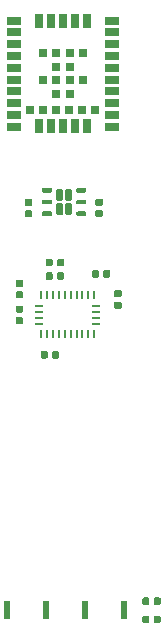
<source format=gbr>
G04 #@! TF.GenerationSoftware,KiCad,Pcbnew,5.1.5-52549c5~84~ubuntu18.04.1*
G04 #@! TF.CreationDate,2019-11-19T18:32:17+01:00*
G04 #@! TF.ProjectId,darkroom_tracker,6461726b-726f-46f6-9d5f-747261636b65,rev?*
G04 #@! TF.SameCoordinates,Original*
G04 #@! TF.FileFunction,Paste,Top*
G04 #@! TF.FilePolarity,Positive*
%FSLAX46Y46*%
G04 Gerber Fmt 4.6, Leading zero omitted, Abs format (unit mm)*
G04 Created by KiCad (PCBNEW 5.1.5-52549c5~84~ubuntu18.04.1) date 2019-11-19 18:32:17*
%MOMM*%
%LPD*%
G04 APERTURE LIST*
%ADD10R,0.675000X0.254000*%
%ADD11R,0.254000X0.675000*%
%ADD12C,0.100000*%
%ADD13R,0.550000X1.500000*%
%ADD14R,1.150000X0.700000*%
%ADD15R,0.700000X1.150000*%
%ADD16R,0.700000X0.700000*%
G04 APERTURE END LIST*
D10*
X134387500Y-95250000D03*
D11*
X129750000Y-97662500D03*
D10*
X129612500Y-95250000D03*
D11*
X129750000Y-94337500D03*
D10*
X129612500Y-95750000D03*
X129612500Y-96250000D03*
X129612500Y-96750000D03*
D11*
X130250000Y-94337500D03*
X130750000Y-94337500D03*
X131250000Y-94337500D03*
X131750000Y-94337500D03*
X132250000Y-94337500D03*
X132750000Y-94337500D03*
X133250000Y-94337500D03*
X133750000Y-94337500D03*
X134250000Y-94337500D03*
X130250000Y-97662500D03*
X130750000Y-97662500D03*
X131250000Y-97662500D03*
X131750000Y-97662500D03*
X132250000Y-97662500D03*
X132750000Y-97662500D03*
X133250000Y-97662500D03*
X133750000Y-97662500D03*
X134250000Y-97662500D03*
D10*
X134387500Y-95750000D03*
X134387500Y-96250000D03*
X134387500Y-96750000D03*
D12*
G36*
X128861758Y-87167350D02*
G01*
X128876076Y-87169474D01*
X128890117Y-87172991D01*
X128903746Y-87177868D01*
X128916831Y-87184057D01*
X128929247Y-87191498D01*
X128940873Y-87200121D01*
X128951598Y-87209842D01*
X128961319Y-87220567D01*
X128969942Y-87232193D01*
X128977383Y-87244609D01*
X128983572Y-87257694D01*
X128988449Y-87271323D01*
X128991966Y-87285364D01*
X128994090Y-87299682D01*
X128994800Y-87314140D01*
X128994800Y-87609140D01*
X128994090Y-87623598D01*
X128991966Y-87637916D01*
X128988449Y-87651957D01*
X128983572Y-87665586D01*
X128977383Y-87678671D01*
X128969942Y-87691087D01*
X128961319Y-87702713D01*
X128951598Y-87713438D01*
X128940873Y-87723159D01*
X128929247Y-87731782D01*
X128916831Y-87739223D01*
X128903746Y-87745412D01*
X128890117Y-87750289D01*
X128876076Y-87753806D01*
X128861758Y-87755930D01*
X128847300Y-87756640D01*
X128502300Y-87756640D01*
X128487842Y-87755930D01*
X128473524Y-87753806D01*
X128459483Y-87750289D01*
X128445854Y-87745412D01*
X128432769Y-87739223D01*
X128420353Y-87731782D01*
X128408727Y-87723159D01*
X128398002Y-87713438D01*
X128388281Y-87702713D01*
X128379658Y-87691087D01*
X128372217Y-87678671D01*
X128366028Y-87665586D01*
X128361151Y-87651957D01*
X128357634Y-87637916D01*
X128355510Y-87623598D01*
X128354800Y-87609140D01*
X128354800Y-87314140D01*
X128355510Y-87299682D01*
X128357634Y-87285364D01*
X128361151Y-87271323D01*
X128366028Y-87257694D01*
X128372217Y-87244609D01*
X128379658Y-87232193D01*
X128388281Y-87220567D01*
X128398002Y-87209842D01*
X128408727Y-87200121D01*
X128420353Y-87191498D01*
X128432769Y-87184057D01*
X128445854Y-87177868D01*
X128459483Y-87172991D01*
X128473524Y-87169474D01*
X128487842Y-87167350D01*
X128502300Y-87166640D01*
X128847300Y-87166640D01*
X128861758Y-87167350D01*
G37*
G36*
X128861758Y-86197350D02*
G01*
X128876076Y-86199474D01*
X128890117Y-86202991D01*
X128903746Y-86207868D01*
X128916831Y-86214057D01*
X128929247Y-86221498D01*
X128940873Y-86230121D01*
X128951598Y-86239842D01*
X128961319Y-86250567D01*
X128969942Y-86262193D01*
X128977383Y-86274609D01*
X128983572Y-86287694D01*
X128988449Y-86301323D01*
X128991966Y-86315364D01*
X128994090Y-86329682D01*
X128994800Y-86344140D01*
X128994800Y-86639140D01*
X128994090Y-86653598D01*
X128991966Y-86667916D01*
X128988449Y-86681957D01*
X128983572Y-86695586D01*
X128977383Y-86708671D01*
X128969942Y-86721087D01*
X128961319Y-86732713D01*
X128951598Y-86743438D01*
X128940873Y-86753159D01*
X128929247Y-86761782D01*
X128916831Y-86769223D01*
X128903746Y-86775412D01*
X128890117Y-86780289D01*
X128876076Y-86783806D01*
X128861758Y-86785930D01*
X128847300Y-86786640D01*
X128502300Y-86786640D01*
X128487842Y-86785930D01*
X128473524Y-86783806D01*
X128459483Y-86780289D01*
X128445854Y-86775412D01*
X128432769Y-86769223D01*
X128420353Y-86761782D01*
X128408727Y-86753159D01*
X128398002Y-86743438D01*
X128388281Y-86732713D01*
X128379658Y-86721087D01*
X128372217Y-86708671D01*
X128366028Y-86695586D01*
X128361151Y-86681957D01*
X128357634Y-86667916D01*
X128355510Y-86653598D01*
X128354800Y-86639140D01*
X128354800Y-86344140D01*
X128355510Y-86329682D01*
X128357634Y-86315364D01*
X128361151Y-86301323D01*
X128366028Y-86287694D01*
X128372217Y-86274609D01*
X128379658Y-86262193D01*
X128388281Y-86250567D01*
X128398002Y-86239842D01*
X128408727Y-86230121D01*
X128420353Y-86221498D01*
X128432769Y-86214057D01*
X128445854Y-86207868D01*
X128459483Y-86202991D01*
X128473524Y-86199474D01*
X128487842Y-86197350D01*
X128502300Y-86196640D01*
X128847300Y-86196640D01*
X128861758Y-86197350D01*
G37*
G36*
X128101358Y-93058470D02*
G01*
X128115676Y-93060594D01*
X128129717Y-93064111D01*
X128143346Y-93068988D01*
X128156431Y-93075177D01*
X128168847Y-93082618D01*
X128180473Y-93091241D01*
X128191198Y-93100962D01*
X128200919Y-93111687D01*
X128209542Y-93123313D01*
X128216983Y-93135729D01*
X128223172Y-93148814D01*
X128228049Y-93162443D01*
X128231566Y-93176484D01*
X128233690Y-93190802D01*
X128234400Y-93205260D01*
X128234400Y-93500260D01*
X128233690Y-93514718D01*
X128231566Y-93529036D01*
X128228049Y-93543077D01*
X128223172Y-93556706D01*
X128216983Y-93569791D01*
X128209542Y-93582207D01*
X128200919Y-93593833D01*
X128191198Y-93604558D01*
X128180473Y-93614279D01*
X128168847Y-93622902D01*
X128156431Y-93630343D01*
X128143346Y-93636532D01*
X128129717Y-93641409D01*
X128115676Y-93644926D01*
X128101358Y-93647050D01*
X128086900Y-93647760D01*
X127741900Y-93647760D01*
X127727442Y-93647050D01*
X127713124Y-93644926D01*
X127699083Y-93641409D01*
X127685454Y-93636532D01*
X127672369Y-93630343D01*
X127659953Y-93622902D01*
X127648327Y-93614279D01*
X127637602Y-93604558D01*
X127627881Y-93593833D01*
X127619258Y-93582207D01*
X127611817Y-93569791D01*
X127605628Y-93556706D01*
X127600751Y-93543077D01*
X127597234Y-93529036D01*
X127595110Y-93514718D01*
X127594400Y-93500260D01*
X127594400Y-93205260D01*
X127595110Y-93190802D01*
X127597234Y-93176484D01*
X127600751Y-93162443D01*
X127605628Y-93148814D01*
X127611817Y-93135729D01*
X127619258Y-93123313D01*
X127627881Y-93111687D01*
X127637602Y-93100962D01*
X127648327Y-93091241D01*
X127659953Y-93082618D01*
X127672369Y-93075177D01*
X127685454Y-93068988D01*
X127699083Y-93064111D01*
X127713124Y-93060594D01*
X127727442Y-93058470D01*
X127741900Y-93057760D01*
X128086900Y-93057760D01*
X128101358Y-93058470D01*
G37*
G36*
X128101358Y-94028470D02*
G01*
X128115676Y-94030594D01*
X128129717Y-94034111D01*
X128143346Y-94038988D01*
X128156431Y-94045177D01*
X128168847Y-94052618D01*
X128180473Y-94061241D01*
X128191198Y-94070962D01*
X128200919Y-94081687D01*
X128209542Y-94093313D01*
X128216983Y-94105729D01*
X128223172Y-94118814D01*
X128228049Y-94132443D01*
X128231566Y-94146484D01*
X128233690Y-94160802D01*
X128234400Y-94175260D01*
X128234400Y-94470260D01*
X128233690Y-94484718D01*
X128231566Y-94499036D01*
X128228049Y-94513077D01*
X128223172Y-94526706D01*
X128216983Y-94539791D01*
X128209542Y-94552207D01*
X128200919Y-94563833D01*
X128191198Y-94574558D01*
X128180473Y-94584279D01*
X128168847Y-94592902D01*
X128156431Y-94600343D01*
X128143346Y-94606532D01*
X128129717Y-94611409D01*
X128115676Y-94614926D01*
X128101358Y-94617050D01*
X128086900Y-94617760D01*
X127741900Y-94617760D01*
X127727442Y-94617050D01*
X127713124Y-94614926D01*
X127699083Y-94611409D01*
X127685454Y-94606532D01*
X127672369Y-94600343D01*
X127659953Y-94592902D01*
X127648327Y-94584279D01*
X127637602Y-94574558D01*
X127627881Y-94563833D01*
X127619258Y-94552207D01*
X127611817Y-94539791D01*
X127605628Y-94526706D01*
X127600751Y-94513077D01*
X127597234Y-94499036D01*
X127595110Y-94484718D01*
X127594400Y-94470260D01*
X127594400Y-94175260D01*
X127595110Y-94160802D01*
X127597234Y-94146484D01*
X127600751Y-94132443D01*
X127605628Y-94118814D01*
X127611817Y-94105729D01*
X127619258Y-94093313D01*
X127627881Y-94081687D01*
X127637602Y-94070962D01*
X127648327Y-94061241D01*
X127659953Y-94052618D01*
X127672369Y-94045177D01*
X127685454Y-94038988D01*
X127699083Y-94034111D01*
X127713124Y-94030594D01*
X127727442Y-94028470D01*
X127741900Y-94027760D01*
X128086900Y-94027760D01*
X128101358Y-94028470D01*
G37*
G36*
X131568718Y-91273110D02*
G01*
X131583036Y-91275234D01*
X131597077Y-91278751D01*
X131610706Y-91283628D01*
X131623791Y-91289817D01*
X131636207Y-91297258D01*
X131647833Y-91305881D01*
X131658558Y-91315602D01*
X131668279Y-91326327D01*
X131676902Y-91337953D01*
X131684343Y-91350369D01*
X131690532Y-91363454D01*
X131695409Y-91377083D01*
X131698926Y-91391124D01*
X131701050Y-91405442D01*
X131701760Y-91419900D01*
X131701760Y-91764900D01*
X131701050Y-91779358D01*
X131698926Y-91793676D01*
X131695409Y-91807717D01*
X131690532Y-91821346D01*
X131684343Y-91834431D01*
X131676902Y-91846847D01*
X131668279Y-91858473D01*
X131658558Y-91869198D01*
X131647833Y-91878919D01*
X131636207Y-91887542D01*
X131623791Y-91894983D01*
X131610706Y-91901172D01*
X131597077Y-91906049D01*
X131583036Y-91909566D01*
X131568718Y-91911690D01*
X131554260Y-91912400D01*
X131259260Y-91912400D01*
X131244802Y-91911690D01*
X131230484Y-91909566D01*
X131216443Y-91906049D01*
X131202814Y-91901172D01*
X131189729Y-91894983D01*
X131177313Y-91887542D01*
X131165687Y-91878919D01*
X131154962Y-91869198D01*
X131145241Y-91858473D01*
X131136618Y-91846847D01*
X131129177Y-91834431D01*
X131122988Y-91821346D01*
X131118111Y-91807717D01*
X131114594Y-91793676D01*
X131112470Y-91779358D01*
X131111760Y-91764900D01*
X131111760Y-91419900D01*
X131112470Y-91405442D01*
X131114594Y-91391124D01*
X131118111Y-91377083D01*
X131122988Y-91363454D01*
X131129177Y-91350369D01*
X131136618Y-91337953D01*
X131145241Y-91326327D01*
X131154962Y-91315602D01*
X131165687Y-91305881D01*
X131177313Y-91297258D01*
X131189729Y-91289817D01*
X131202814Y-91283628D01*
X131216443Y-91278751D01*
X131230484Y-91275234D01*
X131244802Y-91273110D01*
X131259260Y-91272400D01*
X131554260Y-91272400D01*
X131568718Y-91273110D01*
G37*
G36*
X130598718Y-91273110D02*
G01*
X130613036Y-91275234D01*
X130627077Y-91278751D01*
X130640706Y-91283628D01*
X130653791Y-91289817D01*
X130666207Y-91297258D01*
X130677833Y-91305881D01*
X130688558Y-91315602D01*
X130698279Y-91326327D01*
X130706902Y-91337953D01*
X130714343Y-91350369D01*
X130720532Y-91363454D01*
X130725409Y-91377083D01*
X130728926Y-91391124D01*
X130731050Y-91405442D01*
X130731760Y-91419900D01*
X130731760Y-91764900D01*
X130731050Y-91779358D01*
X130728926Y-91793676D01*
X130725409Y-91807717D01*
X130720532Y-91821346D01*
X130714343Y-91834431D01*
X130706902Y-91846847D01*
X130698279Y-91858473D01*
X130688558Y-91869198D01*
X130677833Y-91878919D01*
X130666207Y-91887542D01*
X130653791Y-91894983D01*
X130640706Y-91901172D01*
X130627077Y-91906049D01*
X130613036Y-91909566D01*
X130598718Y-91911690D01*
X130584260Y-91912400D01*
X130289260Y-91912400D01*
X130274802Y-91911690D01*
X130260484Y-91909566D01*
X130246443Y-91906049D01*
X130232814Y-91901172D01*
X130219729Y-91894983D01*
X130207313Y-91887542D01*
X130195687Y-91878919D01*
X130184962Y-91869198D01*
X130175241Y-91858473D01*
X130166618Y-91846847D01*
X130159177Y-91834431D01*
X130152988Y-91821346D01*
X130148111Y-91807717D01*
X130144594Y-91793676D01*
X130142470Y-91779358D01*
X130141760Y-91764900D01*
X130141760Y-91419900D01*
X130142470Y-91405442D01*
X130144594Y-91391124D01*
X130148111Y-91377083D01*
X130152988Y-91363454D01*
X130159177Y-91350369D01*
X130166618Y-91337953D01*
X130175241Y-91326327D01*
X130184962Y-91315602D01*
X130195687Y-91305881D01*
X130207313Y-91297258D01*
X130219729Y-91289817D01*
X130232814Y-91283628D01*
X130246443Y-91278751D01*
X130260484Y-91275234D01*
X130274802Y-91273110D01*
X130289260Y-91272400D01*
X130584260Y-91272400D01*
X130598718Y-91273110D01*
G37*
G36*
X134845998Y-86182110D02*
G01*
X134860316Y-86184234D01*
X134874357Y-86187751D01*
X134887986Y-86192628D01*
X134901071Y-86198817D01*
X134913487Y-86206258D01*
X134925113Y-86214881D01*
X134935838Y-86224602D01*
X134945559Y-86235327D01*
X134954182Y-86246953D01*
X134961623Y-86259369D01*
X134967812Y-86272454D01*
X134972689Y-86286083D01*
X134976206Y-86300124D01*
X134978330Y-86314442D01*
X134979040Y-86328900D01*
X134979040Y-86623900D01*
X134978330Y-86638358D01*
X134976206Y-86652676D01*
X134972689Y-86666717D01*
X134967812Y-86680346D01*
X134961623Y-86693431D01*
X134954182Y-86705847D01*
X134945559Y-86717473D01*
X134935838Y-86728198D01*
X134925113Y-86737919D01*
X134913487Y-86746542D01*
X134901071Y-86753983D01*
X134887986Y-86760172D01*
X134874357Y-86765049D01*
X134860316Y-86768566D01*
X134845998Y-86770690D01*
X134831540Y-86771400D01*
X134486540Y-86771400D01*
X134472082Y-86770690D01*
X134457764Y-86768566D01*
X134443723Y-86765049D01*
X134430094Y-86760172D01*
X134417009Y-86753983D01*
X134404593Y-86746542D01*
X134392967Y-86737919D01*
X134382242Y-86728198D01*
X134372521Y-86717473D01*
X134363898Y-86705847D01*
X134356457Y-86693431D01*
X134350268Y-86680346D01*
X134345391Y-86666717D01*
X134341874Y-86652676D01*
X134339750Y-86638358D01*
X134339040Y-86623900D01*
X134339040Y-86328900D01*
X134339750Y-86314442D01*
X134341874Y-86300124D01*
X134345391Y-86286083D01*
X134350268Y-86272454D01*
X134356457Y-86259369D01*
X134363898Y-86246953D01*
X134372521Y-86235327D01*
X134382242Y-86224602D01*
X134392967Y-86214881D01*
X134404593Y-86206258D01*
X134417009Y-86198817D01*
X134430094Y-86192628D01*
X134443723Y-86187751D01*
X134457764Y-86184234D01*
X134472082Y-86182110D01*
X134486540Y-86181400D01*
X134831540Y-86181400D01*
X134845998Y-86182110D01*
G37*
G36*
X134845998Y-87152110D02*
G01*
X134860316Y-87154234D01*
X134874357Y-87157751D01*
X134887986Y-87162628D01*
X134901071Y-87168817D01*
X134913487Y-87176258D01*
X134925113Y-87184881D01*
X134935838Y-87194602D01*
X134945559Y-87205327D01*
X134954182Y-87216953D01*
X134961623Y-87229369D01*
X134967812Y-87242454D01*
X134972689Y-87256083D01*
X134976206Y-87270124D01*
X134978330Y-87284442D01*
X134979040Y-87298900D01*
X134979040Y-87593900D01*
X134978330Y-87608358D01*
X134976206Y-87622676D01*
X134972689Y-87636717D01*
X134967812Y-87650346D01*
X134961623Y-87663431D01*
X134954182Y-87675847D01*
X134945559Y-87687473D01*
X134935838Y-87698198D01*
X134925113Y-87707919D01*
X134913487Y-87716542D01*
X134901071Y-87723983D01*
X134887986Y-87730172D01*
X134874357Y-87735049D01*
X134860316Y-87738566D01*
X134845998Y-87740690D01*
X134831540Y-87741400D01*
X134486540Y-87741400D01*
X134472082Y-87740690D01*
X134457764Y-87738566D01*
X134443723Y-87735049D01*
X134430094Y-87730172D01*
X134417009Y-87723983D01*
X134404593Y-87716542D01*
X134392967Y-87707919D01*
X134382242Y-87698198D01*
X134372521Y-87687473D01*
X134363898Y-87675847D01*
X134356457Y-87663431D01*
X134350268Y-87650346D01*
X134345391Y-87636717D01*
X134341874Y-87622676D01*
X134339750Y-87608358D01*
X134339040Y-87593900D01*
X134339040Y-87298900D01*
X134339750Y-87284442D01*
X134341874Y-87270124D01*
X134345391Y-87256083D01*
X134350268Y-87242454D01*
X134356457Y-87229369D01*
X134363898Y-87216953D01*
X134372521Y-87205327D01*
X134382242Y-87194602D01*
X134392967Y-87184881D01*
X134404593Y-87176258D01*
X134417009Y-87168817D01*
X134430094Y-87162628D01*
X134443723Y-87157751D01*
X134457764Y-87154234D01*
X134472082Y-87152110D01*
X134486540Y-87151400D01*
X134831540Y-87151400D01*
X134845998Y-87152110D01*
G37*
G36*
X130588558Y-92416110D02*
G01*
X130602876Y-92418234D01*
X130616917Y-92421751D01*
X130630546Y-92426628D01*
X130643631Y-92432817D01*
X130656047Y-92440258D01*
X130667673Y-92448881D01*
X130678398Y-92458602D01*
X130688119Y-92469327D01*
X130696742Y-92480953D01*
X130704183Y-92493369D01*
X130710372Y-92506454D01*
X130715249Y-92520083D01*
X130718766Y-92534124D01*
X130720890Y-92548442D01*
X130721600Y-92562900D01*
X130721600Y-92907900D01*
X130720890Y-92922358D01*
X130718766Y-92936676D01*
X130715249Y-92950717D01*
X130710372Y-92964346D01*
X130704183Y-92977431D01*
X130696742Y-92989847D01*
X130688119Y-93001473D01*
X130678398Y-93012198D01*
X130667673Y-93021919D01*
X130656047Y-93030542D01*
X130643631Y-93037983D01*
X130630546Y-93044172D01*
X130616917Y-93049049D01*
X130602876Y-93052566D01*
X130588558Y-93054690D01*
X130574100Y-93055400D01*
X130279100Y-93055400D01*
X130264642Y-93054690D01*
X130250324Y-93052566D01*
X130236283Y-93049049D01*
X130222654Y-93044172D01*
X130209569Y-93037983D01*
X130197153Y-93030542D01*
X130185527Y-93021919D01*
X130174802Y-93012198D01*
X130165081Y-93001473D01*
X130156458Y-92989847D01*
X130149017Y-92977431D01*
X130142828Y-92964346D01*
X130137951Y-92950717D01*
X130134434Y-92936676D01*
X130132310Y-92922358D01*
X130131600Y-92907900D01*
X130131600Y-92562900D01*
X130132310Y-92548442D01*
X130134434Y-92534124D01*
X130137951Y-92520083D01*
X130142828Y-92506454D01*
X130149017Y-92493369D01*
X130156458Y-92480953D01*
X130165081Y-92469327D01*
X130174802Y-92458602D01*
X130185527Y-92448881D01*
X130197153Y-92440258D01*
X130209569Y-92432817D01*
X130222654Y-92426628D01*
X130236283Y-92421751D01*
X130250324Y-92418234D01*
X130264642Y-92416110D01*
X130279100Y-92415400D01*
X130574100Y-92415400D01*
X130588558Y-92416110D01*
G37*
G36*
X131558558Y-92416110D02*
G01*
X131572876Y-92418234D01*
X131586917Y-92421751D01*
X131600546Y-92426628D01*
X131613631Y-92432817D01*
X131626047Y-92440258D01*
X131637673Y-92448881D01*
X131648398Y-92458602D01*
X131658119Y-92469327D01*
X131666742Y-92480953D01*
X131674183Y-92493369D01*
X131680372Y-92506454D01*
X131685249Y-92520083D01*
X131688766Y-92534124D01*
X131690890Y-92548442D01*
X131691600Y-92562900D01*
X131691600Y-92907900D01*
X131690890Y-92922358D01*
X131688766Y-92936676D01*
X131685249Y-92950717D01*
X131680372Y-92964346D01*
X131674183Y-92977431D01*
X131666742Y-92989847D01*
X131658119Y-93001473D01*
X131648398Y-93012198D01*
X131637673Y-93021919D01*
X131626047Y-93030542D01*
X131613631Y-93037983D01*
X131600546Y-93044172D01*
X131586917Y-93049049D01*
X131572876Y-93052566D01*
X131558558Y-93054690D01*
X131544100Y-93055400D01*
X131249100Y-93055400D01*
X131234642Y-93054690D01*
X131220324Y-93052566D01*
X131206283Y-93049049D01*
X131192654Y-93044172D01*
X131179569Y-93037983D01*
X131167153Y-93030542D01*
X131155527Y-93021919D01*
X131144802Y-93012198D01*
X131135081Y-93001473D01*
X131126458Y-92989847D01*
X131119017Y-92977431D01*
X131112828Y-92964346D01*
X131107951Y-92950717D01*
X131104434Y-92936676D01*
X131102310Y-92922358D01*
X131101600Y-92907900D01*
X131101600Y-92562900D01*
X131102310Y-92548442D01*
X131104434Y-92534124D01*
X131107951Y-92520083D01*
X131112828Y-92506454D01*
X131119017Y-92493369D01*
X131126458Y-92480953D01*
X131135081Y-92469327D01*
X131144802Y-92458602D01*
X131155527Y-92448881D01*
X131167153Y-92440258D01*
X131179569Y-92432817D01*
X131192654Y-92426628D01*
X131206283Y-92421751D01*
X131220324Y-92418234D01*
X131234642Y-92416110D01*
X131249100Y-92415400D01*
X131544100Y-92415400D01*
X131558558Y-92416110D01*
G37*
G36*
X130171998Y-99075990D02*
G01*
X130186316Y-99078114D01*
X130200357Y-99081631D01*
X130213986Y-99086508D01*
X130227071Y-99092697D01*
X130239487Y-99100138D01*
X130251113Y-99108761D01*
X130261838Y-99118482D01*
X130271559Y-99129207D01*
X130280182Y-99140833D01*
X130287623Y-99153249D01*
X130293812Y-99166334D01*
X130298689Y-99179963D01*
X130302206Y-99194004D01*
X130304330Y-99208322D01*
X130305040Y-99222780D01*
X130305040Y-99567780D01*
X130304330Y-99582238D01*
X130302206Y-99596556D01*
X130298689Y-99610597D01*
X130293812Y-99624226D01*
X130287623Y-99637311D01*
X130280182Y-99649727D01*
X130271559Y-99661353D01*
X130261838Y-99672078D01*
X130251113Y-99681799D01*
X130239487Y-99690422D01*
X130227071Y-99697863D01*
X130213986Y-99704052D01*
X130200357Y-99708929D01*
X130186316Y-99712446D01*
X130171998Y-99714570D01*
X130157540Y-99715280D01*
X129862540Y-99715280D01*
X129848082Y-99714570D01*
X129833764Y-99712446D01*
X129819723Y-99708929D01*
X129806094Y-99704052D01*
X129793009Y-99697863D01*
X129780593Y-99690422D01*
X129768967Y-99681799D01*
X129758242Y-99672078D01*
X129748521Y-99661353D01*
X129739898Y-99649727D01*
X129732457Y-99637311D01*
X129726268Y-99624226D01*
X129721391Y-99610597D01*
X129717874Y-99596556D01*
X129715750Y-99582238D01*
X129715040Y-99567780D01*
X129715040Y-99222780D01*
X129715750Y-99208322D01*
X129717874Y-99194004D01*
X129721391Y-99179963D01*
X129726268Y-99166334D01*
X129732457Y-99153249D01*
X129739898Y-99140833D01*
X129748521Y-99129207D01*
X129758242Y-99118482D01*
X129768967Y-99108761D01*
X129780593Y-99100138D01*
X129793009Y-99092697D01*
X129806094Y-99086508D01*
X129819723Y-99081631D01*
X129833764Y-99078114D01*
X129848082Y-99075990D01*
X129862540Y-99075280D01*
X130157540Y-99075280D01*
X130171998Y-99075990D01*
G37*
G36*
X131141998Y-99075990D02*
G01*
X131156316Y-99078114D01*
X131170357Y-99081631D01*
X131183986Y-99086508D01*
X131197071Y-99092697D01*
X131209487Y-99100138D01*
X131221113Y-99108761D01*
X131231838Y-99118482D01*
X131241559Y-99129207D01*
X131250182Y-99140833D01*
X131257623Y-99153249D01*
X131263812Y-99166334D01*
X131268689Y-99179963D01*
X131272206Y-99194004D01*
X131274330Y-99208322D01*
X131275040Y-99222780D01*
X131275040Y-99567780D01*
X131274330Y-99582238D01*
X131272206Y-99596556D01*
X131268689Y-99610597D01*
X131263812Y-99624226D01*
X131257623Y-99637311D01*
X131250182Y-99649727D01*
X131241559Y-99661353D01*
X131231838Y-99672078D01*
X131221113Y-99681799D01*
X131209487Y-99690422D01*
X131197071Y-99697863D01*
X131183986Y-99704052D01*
X131170357Y-99708929D01*
X131156316Y-99712446D01*
X131141998Y-99714570D01*
X131127540Y-99715280D01*
X130832540Y-99715280D01*
X130818082Y-99714570D01*
X130803764Y-99712446D01*
X130789723Y-99708929D01*
X130776094Y-99704052D01*
X130763009Y-99697863D01*
X130750593Y-99690422D01*
X130738967Y-99681799D01*
X130728242Y-99672078D01*
X130718521Y-99661353D01*
X130709898Y-99649727D01*
X130702457Y-99637311D01*
X130696268Y-99624226D01*
X130691391Y-99610597D01*
X130687874Y-99596556D01*
X130685750Y-99582238D01*
X130685040Y-99567780D01*
X130685040Y-99222780D01*
X130685750Y-99208322D01*
X130687874Y-99194004D01*
X130691391Y-99179963D01*
X130696268Y-99166334D01*
X130702457Y-99153249D01*
X130709898Y-99140833D01*
X130718521Y-99129207D01*
X130728242Y-99118482D01*
X130738967Y-99108761D01*
X130750593Y-99100138D01*
X130763009Y-99092697D01*
X130776094Y-99086508D01*
X130789723Y-99081631D01*
X130803764Y-99078114D01*
X130818082Y-99075990D01*
X130832540Y-99075280D01*
X131127540Y-99075280D01*
X131141998Y-99075990D01*
G37*
G36*
X138787678Y-119944630D02*
G01*
X138801996Y-119946754D01*
X138816037Y-119950271D01*
X138829666Y-119955148D01*
X138842751Y-119961337D01*
X138855167Y-119968778D01*
X138866793Y-119977401D01*
X138877518Y-119987122D01*
X138887239Y-119997847D01*
X138895862Y-120009473D01*
X138903303Y-120021889D01*
X138909492Y-120034974D01*
X138914369Y-120048603D01*
X138917886Y-120062644D01*
X138920010Y-120076962D01*
X138920720Y-120091420D01*
X138920720Y-120436420D01*
X138920010Y-120450878D01*
X138917886Y-120465196D01*
X138914369Y-120479237D01*
X138909492Y-120492866D01*
X138903303Y-120505951D01*
X138895862Y-120518367D01*
X138887239Y-120529993D01*
X138877518Y-120540718D01*
X138866793Y-120550439D01*
X138855167Y-120559062D01*
X138842751Y-120566503D01*
X138829666Y-120572692D01*
X138816037Y-120577569D01*
X138801996Y-120581086D01*
X138787678Y-120583210D01*
X138773220Y-120583920D01*
X138478220Y-120583920D01*
X138463762Y-120583210D01*
X138449444Y-120581086D01*
X138435403Y-120577569D01*
X138421774Y-120572692D01*
X138408689Y-120566503D01*
X138396273Y-120559062D01*
X138384647Y-120550439D01*
X138373922Y-120540718D01*
X138364201Y-120529993D01*
X138355578Y-120518367D01*
X138348137Y-120505951D01*
X138341948Y-120492866D01*
X138337071Y-120479237D01*
X138333554Y-120465196D01*
X138331430Y-120450878D01*
X138330720Y-120436420D01*
X138330720Y-120091420D01*
X138331430Y-120076962D01*
X138333554Y-120062644D01*
X138337071Y-120048603D01*
X138341948Y-120034974D01*
X138348137Y-120021889D01*
X138355578Y-120009473D01*
X138364201Y-119997847D01*
X138373922Y-119987122D01*
X138384647Y-119977401D01*
X138396273Y-119968778D01*
X138408689Y-119961337D01*
X138421774Y-119955148D01*
X138435403Y-119950271D01*
X138449444Y-119946754D01*
X138463762Y-119944630D01*
X138478220Y-119943920D01*
X138773220Y-119943920D01*
X138787678Y-119944630D01*
G37*
G36*
X139757678Y-119944630D02*
G01*
X139771996Y-119946754D01*
X139786037Y-119950271D01*
X139799666Y-119955148D01*
X139812751Y-119961337D01*
X139825167Y-119968778D01*
X139836793Y-119977401D01*
X139847518Y-119987122D01*
X139857239Y-119997847D01*
X139865862Y-120009473D01*
X139873303Y-120021889D01*
X139879492Y-120034974D01*
X139884369Y-120048603D01*
X139887886Y-120062644D01*
X139890010Y-120076962D01*
X139890720Y-120091420D01*
X139890720Y-120436420D01*
X139890010Y-120450878D01*
X139887886Y-120465196D01*
X139884369Y-120479237D01*
X139879492Y-120492866D01*
X139873303Y-120505951D01*
X139865862Y-120518367D01*
X139857239Y-120529993D01*
X139847518Y-120540718D01*
X139836793Y-120550439D01*
X139825167Y-120559062D01*
X139812751Y-120566503D01*
X139799666Y-120572692D01*
X139786037Y-120577569D01*
X139771996Y-120581086D01*
X139757678Y-120583210D01*
X139743220Y-120583920D01*
X139448220Y-120583920D01*
X139433762Y-120583210D01*
X139419444Y-120581086D01*
X139405403Y-120577569D01*
X139391774Y-120572692D01*
X139378689Y-120566503D01*
X139366273Y-120559062D01*
X139354647Y-120550439D01*
X139343922Y-120540718D01*
X139334201Y-120529993D01*
X139325578Y-120518367D01*
X139318137Y-120505951D01*
X139311948Y-120492866D01*
X139307071Y-120479237D01*
X139303554Y-120465196D01*
X139301430Y-120450878D01*
X139300720Y-120436420D01*
X139300720Y-120091420D01*
X139301430Y-120076962D01*
X139303554Y-120062644D01*
X139307071Y-120048603D01*
X139311948Y-120034974D01*
X139318137Y-120021889D01*
X139325578Y-120009473D01*
X139334201Y-119997847D01*
X139343922Y-119987122D01*
X139354647Y-119977401D01*
X139366273Y-119968778D01*
X139378689Y-119961337D01*
X139391774Y-119955148D01*
X139405403Y-119950271D01*
X139419444Y-119946754D01*
X139433762Y-119944630D01*
X139448220Y-119943920D01*
X139743220Y-119943920D01*
X139757678Y-119944630D01*
G37*
G36*
X134510318Y-92223070D02*
G01*
X134524636Y-92225194D01*
X134538677Y-92228711D01*
X134552306Y-92233588D01*
X134565391Y-92239777D01*
X134577807Y-92247218D01*
X134589433Y-92255841D01*
X134600158Y-92265562D01*
X134609879Y-92276287D01*
X134618502Y-92287913D01*
X134625943Y-92300329D01*
X134632132Y-92313414D01*
X134637009Y-92327043D01*
X134640526Y-92341084D01*
X134642650Y-92355402D01*
X134643360Y-92369860D01*
X134643360Y-92714860D01*
X134642650Y-92729318D01*
X134640526Y-92743636D01*
X134637009Y-92757677D01*
X134632132Y-92771306D01*
X134625943Y-92784391D01*
X134618502Y-92796807D01*
X134609879Y-92808433D01*
X134600158Y-92819158D01*
X134589433Y-92828879D01*
X134577807Y-92837502D01*
X134565391Y-92844943D01*
X134552306Y-92851132D01*
X134538677Y-92856009D01*
X134524636Y-92859526D01*
X134510318Y-92861650D01*
X134495860Y-92862360D01*
X134200860Y-92862360D01*
X134186402Y-92861650D01*
X134172084Y-92859526D01*
X134158043Y-92856009D01*
X134144414Y-92851132D01*
X134131329Y-92844943D01*
X134118913Y-92837502D01*
X134107287Y-92828879D01*
X134096562Y-92819158D01*
X134086841Y-92808433D01*
X134078218Y-92796807D01*
X134070777Y-92784391D01*
X134064588Y-92771306D01*
X134059711Y-92757677D01*
X134056194Y-92743636D01*
X134054070Y-92729318D01*
X134053360Y-92714860D01*
X134053360Y-92369860D01*
X134054070Y-92355402D01*
X134056194Y-92341084D01*
X134059711Y-92327043D01*
X134064588Y-92313414D01*
X134070777Y-92300329D01*
X134078218Y-92287913D01*
X134086841Y-92276287D01*
X134096562Y-92265562D01*
X134107287Y-92255841D01*
X134118913Y-92247218D01*
X134131329Y-92239777D01*
X134144414Y-92233588D01*
X134158043Y-92228711D01*
X134172084Y-92225194D01*
X134186402Y-92223070D01*
X134200860Y-92222360D01*
X134495860Y-92222360D01*
X134510318Y-92223070D01*
G37*
G36*
X135480318Y-92223070D02*
G01*
X135494636Y-92225194D01*
X135508677Y-92228711D01*
X135522306Y-92233588D01*
X135535391Y-92239777D01*
X135547807Y-92247218D01*
X135559433Y-92255841D01*
X135570158Y-92265562D01*
X135579879Y-92276287D01*
X135588502Y-92287913D01*
X135595943Y-92300329D01*
X135602132Y-92313414D01*
X135607009Y-92327043D01*
X135610526Y-92341084D01*
X135612650Y-92355402D01*
X135613360Y-92369860D01*
X135613360Y-92714860D01*
X135612650Y-92729318D01*
X135610526Y-92743636D01*
X135607009Y-92757677D01*
X135602132Y-92771306D01*
X135595943Y-92784391D01*
X135588502Y-92796807D01*
X135579879Y-92808433D01*
X135570158Y-92819158D01*
X135559433Y-92828879D01*
X135547807Y-92837502D01*
X135535391Y-92844943D01*
X135522306Y-92851132D01*
X135508677Y-92856009D01*
X135494636Y-92859526D01*
X135480318Y-92861650D01*
X135465860Y-92862360D01*
X135170860Y-92862360D01*
X135156402Y-92861650D01*
X135142084Y-92859526D01*
X135128043Y-92856009D01*
X135114414Y-92851132D01*
X135101329Y-92844943D01*
X135088913Y-92837502D01*
X135077287Y-92828879D01*
X135066562Y-92819158D01*
X135056841Y-92808433D01*
X135048218Y-92796807D01*
X135040777Y-92784391D01*
X135034588Y-92771306D01*
X135029711Y-92757677D01*
X135026194Y-92743636D01*
X135024070Y-92729318D01*
X135023360Y-92714860D01*
X135023360Y-92369860D01*
X135024070Y-92355402D01*
X135026194Y-92341084D01*
X135029711Y-92327043D01*
X135034588Y-92313414D01*
X135040777Y-92300329D01*
X135048218Y-92287913D01*
X135056841Y-92276287D01*
X135066562Y-92265562D01*
X135077287Y-92255841D01*
X135088913Y-92247218D01*
X135101329Y-92239777D01*
X135114414Y-92233588D01*
X135128043Y-92228711D01*
X135142084Y-92225194D01*
X135156402Y-92223070D01*
X135170860Y-92222360D01*
X135465860Y-92222360D01*
X135480318Y-92223070D01*
G37*
G36*
X136432558Y-93932230D02*
G01*
X136446876Y-93934354D01*
X136460917Y-93937871D01*
X136474546Y-93942748D01*
X136487631Y-93948937D01*
X136500047Y-93956378D01*
X136511673Y-93965001D01*
X136522398Y-93974722D01*
X136532119Y-93985447D01*
X136540742Y-93997073D01*
X136548183Y-94009489D01*
X136554372Y-94022574D01*
X136559249Y-94036203D01*
X136562766Y-94050244D01*
X136564890Y-94064562D01*
X136565600Y-94079020D01*
X136565600Y-94374020D01*
X136564890Y-94388478D01*
X136562766Y-94402796D01*
X136559249Y-94416837D01*
X136554372Y-94430466D01*
X136548183Y-94443551D01*
X136540742Y-94455967D01*
X136532119Y-94467593D01*
X136522398Y-94478318D01*
X136511673Y-94488039D01*
X136500047Y-94496662D01*
X136487631Y-94504103D01*
X136474546Y-94510292D01*
X136460917Y-94515169D01*
X136446876Y-94518686D01*
X136432558Y-94520810D01*
X136418100Y-94521520D01*
X136073100Y-94521520D01*
X136058642Y-94520810D01*
X136044324Y-94518686D01*
X136030283Y-94515169D01*
X136016654Y-94510292D01*
X136003569Y-94504103D01*
X135991153Y-94496662D01*
X135979527Y-94488039D01*
X135968802Y-94478318D01*
X135959081Y-94467593D01*
X135950458Y-94455967D01*
X135943017Y-94443551D01*
X135936828Y-94430466D01*
X135931951Y-94416837D01*
X135928434Y-94402796D01*
X135926310Y-94388478D01*
X135925600Y-94374020D01*
X135925600Y-94079020D01*
X135926310Y-94064562D01*
X135928434Y-94050244D01*
X135931951Y-94036203D01*
X135936828Y-94022574D01*
X135943017Y-94009489D01*
X135950458Y-93997073D01*
X135959081Y-93985447D01*
X135968802Y-93974722D01*
X135979527Y-93965001D01*
X135991153Y-93956378D01*
X136003569Y-93948937D01*
X136016654Y-93942748D01*
X136030283Y-93937871D01*
X136044324Y-93934354D01*
X136058642Y-93932230D01*
X136073100Y-93931520D01*
X136418100Y-93931520D01*
X136432558Y-93932230D01*
G37*
G36*
X136432558Y-94902230D02*
G01*
X136446876Y-94904354D01*
X136460917Y-94907871D01*
X136474546Y-94912748D01*
X136487631Y-94918937D01*
X136500047Y-94926378D01*
X136511673Y-94935001D01*
X136522398Y-94944722D01*
X136532119Y-94955447D01*
X136540742Y-94967073D01*
X136548183Y-94979489D01*
X136554372Y-94992574D01*
X136559249Y-95006203D01*
X136562766Y-95020244D01*
X136564890Y-95034562D01*
X136565600Y-95049020D01*
X136565600Y-95344020D01*
X136564890Y-95358478D01*
X136562766Y-95372796D01*
X136559249Y-95386837D01*
X136554372Y-95400466D01*
X136548183Y-95413551D01*
X136540742Y-95425967D01*
X136532119Y-95437593D01*
X136522398Y-95448318D01*
X136511673Y-95458039D01*
X136500047Y-95466662D01*
X136487631Y-95474103D01*
X136474546Y-95480292D01*
X136460917Y-95485169D01*
X136446876Y-95488686D01*
X136432558Y-95490810D01*
X136418100Y-95491520D01*
X136073100Y-95491520D01*
X136058642Y-95490810D01*
X136044324Y-95488686D01*
X136030283Y-95485169D01*
X136016654Y-95480292D01*
X136003569Y-95474103D01*
X135991153Y-95466662D01*
X135979527Y-95458039D01*
X135968802Y-95448318D01*
X135959081Y-95437593D01*
X135950458Y-95425967D01*
X135943017Y-95413551D01*
X135936828Y-95400466D01*
X135931951Y-95386837D01*
X135928434Y-95372796D01*
X135926310Y-95358478D01*
X135925600Y-95344020D01*
X135925600Y-95049020D01*
X135926310Y-95034562D01*
X135928434Y-95020244D01*
X135931951Y-95006203D01*
X135936828Y-94992574D01*
X135943017Y-94979489D01*
X135950458Y-94967073D01*
X135959081Y-94955447D01*
X135968802Y-94944722D01*
X135979527Y-94935001D01*
X135991153Y-94926378D01*
X136003569Y-94918937D01*
X136016654Y-94912748D01*
X136030283Y-94907871D01*
X136044324Y-94904354D01*
X136058642Y-94902230D01*
X136073100Y-94901520D01*
X136418100Y-94901520D01*
X136432558Y-94902230D01*
G37*
G36*
X128096278Y-95240190D02*
G01*
X128110596Y-95242314D01*
X128124637Y-95245831D01*
X128138266Y-95250708D01*
X128151351Y-95256897D01*
X128163767Y-95264338D01*
X128175393Y-95272961D01*
X128186118Y-95282682D01*
X128195839Y-95293407D01*
X128204462Y-95305033D01*
X128211903Y-95317449D01*
X128218092Y-95330534D01*
X128222969Y-95344163D01*
X128226486Y-95358204D01*
X128228610Y-95372522D01*
X128229320Y-95386980D01*
X128229320Y-95681980D01*
X128228610Y-95696438D01*
X128226486Y-95710756D01*
X128222969Y-95724797D01*
X128218092Y-95738426D01*
X128211903Y-95751511D01*
X128204462Y-95763927D01*
X128195839Y-95775553D01*
X128186118Y-95786278D01*
X128175393Y-95795999D01*
X128163767Y-95804622D01*
X128151351Y-95812063D01*
X128138266Y-95818252D01*
X128124637Y-95823129D01*
X128110596Y-95826646D01*
X128096278Y-95828770D01*
X128081820Y-95829480D01*
X127736820Y-95829480D01*
X127722362Y-95828770D01*
X127708044Y-95826646D01*
X127694003Y-95823129D01*
X127680374Y-95818252D01*
X127667289Y-95812063D01*
X127654873Y-95804622D01*
X127643247Y-95795999D01*
X127632522Y-95786278D01*
X127622801Y-95775553D01*
X127614178Y-95763927D01*
X127606737Y-95751511D01*
X127600548Y-95738426D01*
X127595671Y-95724797D01*
X127592154Y-95710756D01*
X127590030Y-95696438D01*
X127589320Y-95681980D01*
X127589320Y-95386980D01*
X127590030Y-95372522D01*
X127592154Y-95358204D01*
X127595671Y-95344163D01*
X127600548Y-95330534D01*
X127606737Y-95317449D01*
X127614178Y-95305033D01*
X127622801Y-95293407D01*
X127632522Y-95282682D01*
X127643247Y-95272961D01*
X127654873Y-95264338D01*
X127667289Y-95256897D01*
X127680374Y-95250708D01*
X127694003Y-95245831D01*
X127708044Y-95242314D01*
X127722362Y-95240190D01*
X127736820Y-95239480D01*
X128081820Y-95239480D01*
X128096278Y-95240190D01*
G37*
G36*
X128096278Y-96210190D02*
G01*
X128110596Y-96212314D01*
X128124637Y-96215831D01*
X128138266Y-96220708D01*
X128151351Y-96226897D01*
X128163767Y-96234338D01*
X128175393Y-96242961D01*
X128186118Y-96252682D01*
X128195839Y-96263407D01*
X128204462Y-96275033D01*
X128211903Y-96287449D01*
X128218092Y-96300534D01*
X128222969Y-96314163D01*
X128226486Y-96328204D01*
X128228610Y-96342522D01*
X128229320Y-96356980D01*
X128229320Y-96651980D01*
X128228610Y-96666438D01*
X128226486Y-96680756D01*
X128222969Y-96694797D01*
X128218092Y-96708426D01*
X128211903Y-96721511D01*
X128204462Y-96733927D01*
X128195839Y-96745553D01*
X128186118Y-96756278D01*
X128175393Y-96765999D01*
X128163767Y-96774622D01*
X128151351Y-96782063D01*
X128138266Y-96788252D01*
X128124637Y-96793129D01*
X128110596Y-96796646D01*
X128096278Y-96798770D01*
X128081820Y-96799480D01*
X127736820Y-96799480D01*
X127722362Y-96798770D01*
X127708044Y-96796646D01*
X127694003Y-96793129D01*
X127680374Y-96788252D01*
X127667289Y-96782063D01*
X127654873Y-96774622D01*
X127643247Y-96765999D01*
X127632522Y-96756278D01*
X127622801Y-96745553D01*
X127614178Y-96733927D01*
X127606737Y-96721511D01*
X127600548Y-96708426D01*
X127595671Y-96694797D01*
X127592154Y-96680756D01*
X127590030Y-96666438D01*
X127589320Y-96651980D01*
X127589320Y-96356980D01*
X127590030Y-96342522D01*
X127592154Y-96328204D01*
X127595671Y-96314163D01*
X127600548Y-96300534D01*
X127606737Y-96287449D01*
X127614178Y-96275033D01*
X127622801Y-96263407D01*
X127632522Y-96252682D01*
X127643247Y-96242961D01*
X127654873Y-96234338D01*
X127667289Y-96226897D01*
X127680374Y-96220708D01*
X127694003Y-96215831D01*
X127708044Y-96212314D01*
X127722362Y-96210190D01*
X127736820Y-96209480D01*
X128081820Y-96209480D01*
X128096278Y-96210190D01*
G37*
D13*
X133503000Y-121036080D03*
X136753000Y-121036080D03*
X130128680Y-121020840D03*
X126878680Y-121020840D03*
D14*
X127475000Y-80100000D03*
X127475000Y-79100000D03*
X127475000Y-78100000D03*
X127475000Y-77100000D03*
X127475000Y-76100000D03*
X127475000Y-75100000D03*
X127475000Y-74100000D03*
X127475000Y-73100000D03*
X127475000Y-72100000D03*
X127475000Y-71100000D03*
X135725000Y-80100000D03*
X135725000Y-79100000D03*
X135725000Y-78100000D03*
X135725000Y-77100000D03*
X135725000Y-76100000D03*
X135725000Y-75100000D03*
X135725000Y-74100000D03*
X135725000Y-73100000D03*
X135725000Y-72100000D03*
X135725000Y-71100000D03*
D15*
X131600000Y-80025000D03*
X130600000Y-80025000D03*
X129600000Y-80025000D03*
X132600000Y-80025000D03*
X133600000Y-80025000D03*
X129600000Y-71175000D03*
X130600000Y-71175000D03*
X131600000Y-71175000D03*
X132600000Y-71175000D03*
X133600000Y-71175000D03*
D16*
X131050000Y-78650000D03*
X129950000Y-78650000D03*
X128850000Y-78650000D03*
X132150000Y-78650000D03*
X133250000Y-78650000D03*
X134350000Y-78650000D03*
X131025000Y-77320000D03*
X131025000Y-76170000D03*
X131025000Y-75020000D03*
X131025000Y-73870000D03*
X132175000Y-77320000D03*
X132175000Y-76170000D03*
X132175000Y-75020000D03*
X132175000Y-73870000D03*
X129875000Y-76170000D03*
X129875000Y-73870000D03*
X133325000Y-76170000D03*
X133325000Y-73870000D03*
D12*
G36*
X130552122Y-85264042D02*
G01*
X130561829Y-85265481D01*
X130571348Y-85267866D01*
X130580588Y-85271172D01*
X130589460Y-85275368D01*
X130597877Y-85280413D01*
X130605759Y-85286259D01*
X130613031Y-85292849D01*
X130619621Y-85300121D01*
X130625467Y-85308003D01*
X130630512Y-85316420D01*
X130634708Y-85325292D01*
X130638014Y-85334532D01*
X130640399Y-85344051D01*
X130641838Y-85353758D01*
X130642320Y-85363560D01*
X130642320Y-85563560D01*
X130641838Y-85573362D01*
X130640399Y-85583069D01*
X130638014Y-85592588D01*
X130634708Y-85601828D01*
X130630512Y-85610700D01*
X130625467Y-85619117D01*
X130619621Y-85626999D01*
X130613031Y-85634271D01*
X130605759Y-85640861D01*
X130597877Y-85646707D01*
X130589460Y-85651752D01*
X130580588Y-85655948D01*
X130571348Y-85659254D01*
X130561829Y-85661639D01*
X130552122Y-85663078D01*
X130542320Y-85663560D01*
X129942320Y-85663560D01*
X129932518Y-85663078D01*
X129922811Y-85661639D01*
X129913292Y-85659254D01*
X129904052Y-85655948D01*
X129895180Y-85651752D01*
X129886763Y-85646707D01*
X129878881Y-85640861D01*
X129871609Y-85634271D01*
X129865019Y-85626999D01*
X129859173Y-85619117D01*
X129854128Y-85610700D01*
X129849932Y-85601828D01*
X129846626Y-85592588D01*
X129844241Y-85583069D01*
X129842802Y-85573362D01*
X129842320Y-85563560D01*
X129842320Y-85363560D01*
X129842802Y-85353758D01*
X129844241Y-85344051D01*
X129846626Y-85334532D01*
X129849932Y-85325292D01*
X129854128Y-85316420D01*
X129859173Y-85308003D01*
X129865019Y-85300121D01*
X129871609Y-85292849D01*
X129878881Y-85286259D01*
X129886763Y-85280413D01*
X129895180Y-85275368D01*
X129904052Y-85271172D01*
X129913292Y-85267866D01*
X129922811Y-85265481D01*
X129932518Y-85264042D01*
X129942320Y-85263560D01*
X130542320Y-85263560D01*
X130552122Y-85264042D01*
G37*
G36*
X130552122Y-86264042D02*
G01*
X130561829Y-86265481D01*
X130571348Y-86267866D01*
X130580588Y-86271172D01*
X130589460Y-86275368D01*
X130597877Y-86280413D01*
X130605759Y-86286259D01*
X130613031Y-86292849D01*
X130619621Y-86300121D01*
X130625467Y-86308003D01*
X130630512Y-86316420D01*
X130634708Y-86325292D01*
X130638014Y-86334532D01*
X130640399Y-86344051D01*
X130641838Y-86353758D01*
X130642320Y-86363560D01*
X130642320Y-86563560D01*
X130641838Y-86573362D01*
X130640399Y-86583069D01*
X130638014Y-86592588D01*
X130634708Y-86601828D01*
X130630512Y-86610700D01*
X130625467Y-86619117D01*
X130619621Y-86626999D01*
X130613031Y-86634271D01*
X130605759Y-86640861D01*
X130597877Y-86646707D01*
X130589460Y-86651752D01*
X130580588Y-86655948D01*
X130571348Y-86659254D01*
X130561829Y-86661639D01*
X130552122Y-86663078D01*
X130542320Y-86663560D01*
X129942320Y-86663560D01*
X129932518Y-86663078D01*
X129922811Y-86661639D01*
X129913292Y-86659254D01*
X129904052Y-86655948D01*
X129895180Y-86651752D01*
X129886763Y-86646707D01*
X129878881Y-86640861D01*
X129871609Y-86634271D01*
X129865019Y-86626999D01*
X129859173Y-86619117D01*
X129854128Y-86610700D01*
X129849932Y-86601828D01*
X129846626Y-86592588D01*
X129844241Y-86583069D01*
X129842802Y-86573362D01*
X129842320Y-86563560D01*
X129842320Y-86363560D01*
X129842802Y-86353758D01*
X129844241Y-86344051D01*
X129846626Y-86334532D01*
X129849932Y-86325292D01*
X129854128Y-86316420D01*
X129859173Y-86308003D01*
X129865019Y-86300121D01*
X129871609Y-86292849D01*
X129878881Y-86286259D01*
X129886763Y-86280413D01*
X129895180Y-86275368D01*
X129904052Y-86271172D01*
X129913292Y-86267866D01*
X129922811Y-86265481D01*
X129932518Y-86264042D01*
X129942320Y-86263560D01*
X130542320Y-86263560D01*
X130552122Y-86264042D01*
G37*
G36*
X130552122Y-87264042D02*
G01*
X130561829Y-87265481D01*
X130571348Y-87267866D01*
X130580588Y-87271172D01*
X130589460Y-87275368D01*
X130597877Y-87280413D01*
X130605759Y-87286259D01*
X130613031Y-87292849D01*
X130619621Y-87300121D01*
X130625467Y-87308003D01*
X130630512Y-87316420D01*
X130634708Y-87325292D01*
X130638014Y-87334532D01*
X130640399Y-87344051D01*
X130641838Y-87353758D01*
X130642320Y-87363560D01*
X130642320Y-87563560D01*
X130641838Y-87573362D01*
X130640399Y-87583069D01*
X130638014Y-87592588D01*
X130634708Y-87601828D01*
X130630512Y-87610700D01*
X130625467Y-87619117D01*
X130619621Y-87626999D01*
X130613031Y-87634271D01*
X130605759Y-87640861D01*
X130597877Y-87646707D01*
X130589460Y-87651752D01*
X130580588Y-87655948D01*
X130571348Y-87659254D01*
X130561829Y-87661639D01*
X130552122Y-87663078D01*
X130542320Y-87663560D01*
X129942320Y-87663560D01*
X129932518Y-87663078D01*
X129922811Y-87661639D01*
X129913292Y-87659254D01*
X129904052Y-87655948D01*
X129895180Y-87651752D01*
X129886763Y-87646707D01*
X129878881Y-87640861D01*
X129871609Y-87634271D01*
X129865019Y-87626999D01*
X129859173Y-87619117D01*
X129854128Y-87610700D01*
X129849932Y-87601828D01*
X129846626Y-87592588D01*
X129844241Y-87583069D01*
X129842802Y-87573362D01*
X129842320Y-87563560D01*
X129842320Y-87363560D01*
X129842802Y-87353758D01*
X129844241Y-87344051D01*
X129846626Y-87334532D01*
X129849932Y-87325292D01*
X129854128Y-87316420D01*
X129859173Y-87308003D01*
X129865019Y-87300121D01*
X129871609Y-87292849D01*
X129878881Y-87286259D01*
X129886763Y-87280413D01*
X129895180Y-87275368D01*
X129904052Y-87271172D01*
X129913292Y-87267866D01*
X129922811Y-87265481D01*
X129932518Y-87264042D01*
X129942320Y-87263560D01*
X130542320Y-87263560D01*
X130552122Y-87264042D01*
G37*
G36*
X133452122Y-87264042D02*
G01*
X133461829Y-87265481D01*
X133471348Y-87267866D01*
X133480588Y-87271172D01*
X133489460Y-87275368D01*
X133497877Y-87280413D01*
X133505759Y-87286259D01*
X133513031Y-87292849D01*
X133519621Y-87300121D01*
X133525467Y-87308003D01*
X133530512Y-87316420D01*
X133534708Y-87325292D01*
X133538014Y-87334532D01*
X133540399Y-87344051D01*
X133541838Y-87353758D01*
X133542320Y-87363560D01*
X133542320Y-87563560D01*
X133541838Y-87573362D01*
X133540399Y-87583069D01*
X133538014Y-87592588D01*
X133534708Y-87601828D01*
X133530512Y-87610700D01*
X133525467Y-87619117D01*
X133519621Y-87626999D01*
X133513031Y-87634271D01*
X133505759Y-87640861D01*
X133497877Y-87646707D01*
X133489460Y-87651752D01*
X133480588Y-87655948D01*
X133471348Y-87659254D01*
X133461829Y-87661639D01*
X133452122Y-87663078D01*
X133442320Y-87663560D01*
X132842320Y-87663560D01*
X132832518Y-87663078D01*
X132822811Y-87661639D01*
X132813292Y-87659254D01*
X132804052Y-87655948D01*
X132795180Y-87651752D01*
X132786763Y-87646707D01*
X132778881Y-87640861D01*
X132771609Y-87634271D01*
X132765019Y-87626999D01*
X132759173Y-87619117D01*
X132754128Y-87610700D01*
X132749932Y-87601828D01*
X132746626Y-87592588D01*
X132744241Y-87583069D01*
X132742802Y-87573362D01*
X132742320Y-87563560D01*
X132742320Y-87363560D01*
X132742802Y-87353758D01*
X132744241Y-87344051D01*
X132746626Y-87334532D01*
X132749932Y-87325292D01*
X132754128Y-87316420D01*
X132759173Y-87308003D01*
X132765019Y-87300121D01*
X132771609Y-87292849D01*
X132778881Y-87286259D01*
X132786763Y-87280413D01*
X132795180Y-87275368D01*
X132804052Y-87271172D01*
X132813292Y-87267866D01*
X132822811Y-87265481D01*
X132832518Y-87264042D01*
X132842320Y-87263560D01*
X133442320Y-87263560D01*
X133452122Y-87264042D01*
G37*
G36*
X133452122Y-86264042D02*
G01*
X133461829Y-86265481D01*
X133471348Y-86267866D01*
X133480588Y-86271172D01*
X133489460Y-86275368D01*
X133497877Y-86280413D01*
X133505759Y-86286259D01*
X133513031Y-86292849D01*
X133519621Y-86300121D01*
X133525467Y-86308003D01*
X133530512Y-86316420D01*
X133534708Y-86325292D01*
X133538014Y-86334532D01*
X133540399Y-86344051D01*
X133541838Y-86353758D01*
X133542320Y-86363560D01*
X133542320Y-86563560D01*
X133541838Y-86573362D01*
X133540399Y-86583069D01*
X133538014Y-86592588D01*
X133534708Y-86601828D01*
X133530512Y-86610700D01*
X133525467Y-86619117D01*
X133519621Y-86626999D01*
X133513031Y-86634271D01*
X133505759Y-86640861D01*
X133497877Y-86646707D01*
X133489460Y-86651752D01*
X133480588Y-86655948D01*
X133471348Y-86659254D01*
X133461829Y-86661639D01*
X133452122Y-86663078D01*
X133442320Y-86663560D01*
X132842320Y-86663560D01*
X132832518Y-86663078D01*
X132822811Y-86661639D01*
X132813292Y-86659254D01*
X132804052Y-86655948D01*
X132795180Y-86651752D01*
X132786763Y-86646707D01*
X132778881Y-86640861D01*
X132771609Y-86634271D01*
X132765019Y-86626999D01*
X132759173Y-86619117D01*
X132754128Y-86610700D01*
X132749932Y-86601828D01*
X132746626Y-86592588D01*
X132744241Y-86583069D01*
X132742802Y-86573362D01*
X132742320Y-86563560D01*
X132742320Y-86363560D01*
X132742802Y-86353758D01*
X132744241Y-86344051D01*
X132746626Y-86334532D01*
X132749932Y-86325292D01*
X132754128Y-86316420D01*
X132759173Y-86308003D01*
X132765019Y-86300121D01*
X132771609Y-86292849D01*
X132778881Y-86286259D01*
X132786763Y-86280413D01*
X132795180Y-86275368D01*
X132804052Y-86271172D01*
X132813292Y-86267866D01*
X132822811Y-86265481D01*
X132832518Y-86264042D01*
X132842320Y-86263560D01*
X133442320Y-86263560D01*
X133452122Y-86264042D01*
G37*
G36*
X133452122Y-85264042D02*
G01*
X133461829Y-85265481D01*
X133471348Y-85267866D01*
X133480588Y-85271172D01*
X133489460Y-85275368D01*
X133497877Y-85280413D01*
X133505759Y-85286259D01*
X133513031Y-85292849D01*
X133519621Y-85300121D01*
X133525467Y-85308003D01*
X133530512Y-85316420D01*
X133534708Y-85325292D01*
X133538014Y-85334532D01*
X133540399Y-85344051D01*
X133541838Y-85353758D01*
X133542320Y-85363560D01*
X133542320Y-85563560D01*
X133541838Y-85573362D01*
X133540399Y-85583069D01*
X133538014Y-85592588D01*
X133534708Y-85601828D01*
X133530512Y-85610700D01*
X133525467Y-85619117D01*
X133519621Y-85626999D01*
X133513031Y-85634271D01*
X133505759Y-85640861D01*
X133497877Y-85646707D01*
X133489460Y-85651752D01*
X133480588Y-85655948D01*
X133471348Y-85659254D01*
X133461829Y-85661639D01*
X133452122Y-85663078D01*
X133442320Y-85663560D01*
X132842320Y-85663560D01*
X132832518Y-85663078D01*
X132822811Y-85661639D01*
X132813292Y-85659254D01*
X132804052Y-85655948D01*
X132795180Y-85651752D01*
X132786763Y-85646707D01*
X132778881Y-85640861D01*
X132771609Y-85634271D01*
X132765019Y-85626999D01*
X132759173Y-85619117D01*
X132754128Y-85610700D01*
X132749932Y-85601828D01*
X132746626Y-85592588D01*
X132744241Y-85583069D01*
X132742802Y-85573362D01*
X132742320Y-85563560D01*
X132742320Y-85363560D01*
X132742802Y-85353758D01*
X132744241Y-85344051D01*
X132746626Y-85334532D01*
X132749932Y-85325292D01*
X132754128Y-85316420D01*
X132759173Y-85308003D01*
X132765019Y-85300121D01*
X132771609Y-85292849D01*
X132778881Y-85286259D01*
X132786763Y-85280413D01*
X132795180Y-85275368D01*
X132804052Y-85271172D01*
X132813292Y-85267866D01*
X132822811Y-85265481D01*
X132832518Y-85264042D01*
X132842320Y-85263560D01*
X133442320Y-85263560D01*
X133452122Y-85264042D01*
G37*
G36*
X131482023Y-85379282D02*
G01*
X131496584Y-85381442D01*
X131510863Y-85385019D01*
X131524723Y-85389978D01*
X131538030Y-85396272D01*
X131550656Y-85403840D01*
X131562479Y-85412608D01*
X131573386Y-85422494D01*
X131583272Y-85433401D01*
X131592040Y-85445224D01*
X131599608Y-85457850D01*
X131605902Y-85471157D01*
X131610861Y-85485017D01*
X131614438Y-85499296D01*
X131616598Y-85513857D01*
X131617320Y-85528560D01*
X131617320Y-86198560D01*
X131616598Y-86213263D01*
X131614438Y-86227824D01*
X131610861Y-86242103D01*
X131605902Y-86255963D01*
X131599608Y-86269270D01*
X131592040Y-86281896D01*
X131583272Y-86293719D01*
X131573386Y-86304626D01*
X131562479Y-86314512D01*
X131550656Y-86323280D01*
X131538030Y-86330848D01*
X131524723Y-86337142D01*
X131510863Y-86342101D01*
X131496584Y-86345678D01*
X131482023Y-86347838D01*
X131467320Y-86348560D01*
X131167320Y-86348560D01*
X131152617Y-86347838D01*
X131138056Y-86345678D01*
X131123777Y-86342101D01*
X131109917Y-86337142D01*
X131096610Y-86330848D01*
X131083984Y-86323280D01*
X131072161Y-86314512D01*
X131061254Y-86304626D01*
X131051368Y-86293719D01*
X131042600Y-86281896D01*
X131035032Y-86269270D01*
X131028738Y-86255963D01*
X131023779Y-86242103D01*
X131020202Y-86227824D01*
X131018042Y-86213263D01*
X131017320Y-86198560D01*
X131017320Y-85528560D01*
X131018042Y-85513857D01*
X131020202Y-85499296D01*
X131023779Y-85485017D01*
X131028738Y-85471157D01*
X131035032Y-85457850D01*
X131042600Y-85445224D01*
X131051368Y-85433401D01*
X131061254Y-85422494D01*
X131072161Y-85412608D01*
X131083984Y-85403840D01*
X131096610Y-85396272D01*
X131109917Y-85389978D01*
X131123777Y-85385019D01*
X131138056Y-85381442D01*
X131152617Y-85379282D01*
X131167320Y-85378560D01*
X131467320Y-85378560D01*
X131482023Y-85379282D01*
G37*
G36*
X131482023Y-86579282D02*
G01*
X131496584Y-86581442D01*
X131510863Y-86585019D01*
X131524723Y-86589978D01*
X131538030Y-86596272D01*
X131550656Y-86603840D01*
X131562479Y-86612608D01*
X131573386Y-86622494D01*
X131583272Y-86633401D01*
X131592040Y-86645224D01*
X131599608Y-86657850D01*
X131605902Y-86671157D01*
X131610861Y-86685017D01*
X131614438Y-86699296D01*
X131616598Y-86713857D01*
X131617320Y-86728560D01*
X131617320Y-87398560D01*
X131616598Y-87413263D01*
X131614438Y-87427824D01*
X131610861Y-87442103D01*
X131605902Y-87455963D01*
X131599608Y-87469270D01*
X131592040Y-87481896D01*
X131583272Y-87493719D01*
X131573386Y-87504626D01*
X131562479Y-87514512D01*
X131550656Y-87523280D01*
X131538030Y-87530848D01*
X131524723Y-87537142D01*
X131510863Y-87542101D01*
X131496584Y-87545678D01*
X131482023Y-87547838D01*
X131467320Y-87548560D01*
X131167320Y-87548560D01*
X131152617Y-87547838D01*
X131138056Y-87545678D01*
X131123777Y-87542101D01*
X131109917Y-87537142D01*
X131096610Y-87530848D01*
X131083984Y-87523280D01*
X131072161Y-87514512D01*
X131061254Y-87504626D01*
X131051368Y-87493719D01*
X131042600Y-87481896D01*
X131035032Y-87469270D01*
X131028738Y-87455963D01*
X131023779Y-87442103D01*
X131020202Y-87427824D01*
X131018042Y-87413263D01*
X131017320Y-87398560D01*
X131017320Y-86728560D01*
X131018042Y-86713857D01*
X131020202Y-86699296D01*
X131023779Y-86685017D01*
X131028738Y-86671157D01*
X131035032Y-86657850D01*
X131042600Y-86645224D01*
X131051368Y-86633401D01*
X131061254Y-86622494D01*
X131072161Y-86612608D01*
X131083984Y-86603840D01*
X131096610Y-86596272D01*
X131109917Y-86589978D01*
X131123777Y-86585019D01*
X131138056Y-86581442D01*
X131152617Y-86579282D01*
X131167320Y-86578560D01*
X131467320Y-86578560D01*
X131482023Y-86579282D01*
G37*
G36*
X132232023Y-85379282D02*
G01*
X132246584Y-85381442D01*
X132260863Y-85385019D01*
X132274723Y-85389978D01*
X132288030Y-85396272D01*
X132300656Y-85403840D01*
X132312479Y-85412608D01*
X132323386Y-85422494D01*
X132333272Y-85433401D01*
X132342040Y-85445224D01*
X132349608Y-85457850D01*
X132355902Y-85471157D01*
X132360861Y-85485017D01*
X132364438Y-85499296D01*
X132366598Y-85513857D01*
X132367320Y-85528560D01*
X132367320Y-86198560D01*
X132366598Y-86213263D01*
X132364438Y-86227824D01*
X132360861Y-86242103D01*
X132355902Y-86255963D01*
X132349608Y-86269270D01*
X132342040Y-86281896D01*
X132333272Y-86293719D01*
X132323386Y-86304626D01*
X132312479Y-86314512D01*
X132300656Y-86323280D01*
X132288030Y-86330848D01*
X132274723Y-86337142D01*
X132260863Y-86342101D01*
X132246584Y-86345678D01*
X132232023Y-86347838D01*
X132217320Y-86348560D01*
X131917320Y-86348560D01*
X131902617Y-86347838D01*
X131888056Y-86345678D01*
X131873777Y-86342101D01*
X131859917Y-86337142D01*
X131846610Y-86330848D01*
X131833984Y-86323280D01*
X131822161Y-86314512D01*
X131811254Y-86304626D01*
X131801368Y-86293719D01*
X131792600Y-86281896D01*
X131785032Y-86269270D01*
X131778738Y-86255963D01*
X131773779Y-86242103D01*
X131770202Y-86227824D01*
X131768042Y-86213263D01*
X131767320Y-86198560D01*
X131767320Y-85528560D01*
X131768042Y-85513857D01*
X131770202Y-85499296D01*
X131773779Y-85485017D01*
X131778738Y-85471157D01*
X131785032Y-85457850D01*
X131792600Y-85445224D01*
X131801368Y-85433401D01*
X131811254Y-85422494D01*
X131822161Y-85412608D01*
X131833984Y-85403840D01*
X131846610Y-85396272D01*
X131859917Y-85389978D01*
X131873777Y-85385019D01*
X131888056Y-85381442D01*
X131902617Y-85379282D01*
X131917320Y-85378560D01*
X132217320Y-85378560D01*
X132232023Y-85379282D01*
G37*
G36*
X132232023Y-86579282D02*
G01*
X132246584Y-86581442D01*
X132260863Y-86585019D01*
X132274723Y-86589978D01*
X132288030Y-86596272D01*
X132300656Y-86603840D01*
X132312479Y-86612608D01*
X132323386Y-86622494D01*
X132333272Y-86633401D01*
X132342040Y-86645224D01*
X132349608Y-86657850D01*
X132355902Y-86671157D01*
X132360861Y-86685017D01*
X132364438Y-86699296D01*
X132366598Y-86713857D01*
X132367320Y-86728560D01*
X132367320Y-87398560D01*
X132366598Y-87413263D01*
X132364438Y-87427824D01*
X132360861Y-87442103D01*
X132355902Y-87455963D01*
X132349608Y-87469270D01*
X132342040Y-87481896D01*
X132333272Y-87493719D01*
X132323386Y-87504626D01*
X132312479Y-87514512D01*
X132300656Y-87523280D01*
X132288030Y-87530848D01*
X132274723Y-87537142D01*
X132260863Y-87542101D01*
X132246584Y-87545678D01*
X132232023Y-87547838D01*
X132217320Y-87548560D01*
X131917320Y-87548560D01*
X131902617Y-87547838D01*
X131888056Y-87545678D01*
X131873777Y-87542101D01*
X131859917Y-87537142D01*
X131846610Y-87530848D01*
X131833984Y-87523280D01*
X131822161Y-87514512D01*
X131811254Y-87504626D01*
X131801368Y-87493719D01*
X131792600Y-87481896D01*
X131785032Y-87469270D01*
X131778738Y-87455963D01*
X131773779Y-87442103D01*
X131770202Y-87427824D01*
X131768042Y-87413263D01*
X131767320Y-87398560D01*
X131767320Y-86728560D01*
X131768042Y-86713857D01*
X131770202Y-86699296D01*
X131773779Y-86685017D01*
X131778738Y-86671157D01*
X131785032Y-86657850D01*
X131792600Y-86645224D01*
X131801368Y-86633401D01*
X131811254Y-86622494D01*
X131822161Y-86612608D01*
X131833984Y-86603840D01*
X131846610Y-86596272D01*
X131859917Y-86589978D01*
X131873777Y-86585019D01*
X131888056Y-86581442D01*
X131902617Y-86579282D01*
X131917320Y-86578560D01*
X132217320Y-86578560D01*
X132232023Y-86579282D01*
G37*
G36*
X138776958Y-121480710D02*
G01*
X138791276Y-121482834D01*
X138805317Y-121486351D01*
X138818946Y-121491228D01*
X138832031Y-121497417D01*
X138844447Y-121504858D01*
X138856073Y-121513481D01*
X138866798Y-121523202D01*
X138876519Y-121533927D01*
X138885142Y-121545553D01*
X138892583Y-121557969D01*
X138898772Y-121571054D01*
X138903649Y-121584683D01*
X138907166Y-121598724D01*
X138909290Y-121613042D01*
X138910000Y-121627500D01*
X138910000Y-121972500D01*
X138909290Y-121986958D01*
X138907166Y-122001276D01*
X138903649Y-122015317D01*
X138898772Y-122028946D01*
X138892583Y-122042031D01*
X138885142Y-122054447D01*
X138876519Y-122066073D01*
X138866798Y-122076798D01*
X138856073Y-122086519D01*
X138844447Y-122095142D01*
X138832031Y-122102583D01*
X138818946Y-122108772D01*
X138805317Y-122113649D01*
X138791276Y-122117166D01*
X138776958Y-122119290D01*
X138762500Y-122120000D01*
X138467500Y-122120000D01*
X138453042Y-122119290D01*
X138438724Y-122117166D01*
X138424683Y-122113649D01*
X138411054Y-122108772D01*
X138397969Y-122102583D01*
X138385553Y-122095142D01*
X138373927Y-122086519D01*
X138363202Y-122076798D01*
X138353481Y-122066073D01*
X138344858Y-122054447D01*
X138337417Y-122042031D01*
X138331228Y-122028946D01*
X138326351Y-122015317D01*
X138322834Y-122001276D01*
X138320710Y-121986958D01*
X138320000Y-121972500D01*
X138320000Y-121627500D01*
X138320710Y-121613042D01*
X138322834Y-121598724D01*
X138326351Y-121584683D01*
X138331228Y-121571054D01*
X138337417Y-121557969D01*
X138344858Y-121545553D01*
X138353481Y-121533927D01*
X138363202Y-121523202D01*
X138373927Y-121513481D01*
X138385553Y-121504858D01*
X138397969Y-121497417D01*
X138411054Y-121491228D01*
X138424683Y-121486351D01*
X138438724Y-121482834D01*
X138453042Y-121480710D01*
X138467500Y-121480000D01*
X138762500Y-121480000D01*
X138776958Y-121480710D01*
G37*
G36*
X139746958Y-121480710D02*
G01*
X139761276Y-121482834D01*
X139775317Y-121486351D01*
X139788946Y-121491228D01*
X139802031Y-121497417D01*
X139814447Y-121504858D01*
X139826073Y-121513481D01*
X139836798Y-121523202D01*
X139846519Y-121533927D01*
X139855142Y-121545553D01*
X139862583Y-121557969D01*
X139868772Y-121571054D01*
X139873649Y-121584683D01*
X139877166Y-121598724D01*
X139879290Y-121613042D01*
X139880000Y-121627500D01*
X139880000Y-121972500D01*
X139879290Y-121986958D01*
X139877166Y-122001276D01*
X139873649Y-122015317D01*
X139868772Y-122028946D01*
X139862583Y-122042031D01*
X139855142Y-122054447D01*
X139846519Y-122066073D01*
X139836798Y-122076798D01*
X139826073Y-122086519D01*
X139814447Y-122095142D01*
X139802031Y-122102583D01*
X139788946Y-122108772D01*
X139775317Y-122113649D01*
X139761276Y-122117166D01*
X139746958Y-122119290D01*
X139732500Y-122120000D01*
X139437500Y-122120000D01*
X139423042Y-122119290D01*
X139408724Y-122117166D01*
X139394683Y-122113649D01*
X139381054Y-122108772D01*
X139367969Y-122102583D01*
X139355553Y-122095142D01*
X139343927Y-122086519D01*
X139333202Y-122076798D01*
X139323481Y-122066073D01*
X139314858Y-122054447D01*
X139307417Y-122042031D01*
X139301228Y-122028946D01*
X139296351Y-122015317D01*
X139292834Y-122001276D01*
X139290710Y-121986958D01*
X139290000Y-121972500D01*
X139290000Y-121627500D01*
X139290710Y-121613042D01*
X139292834Y-121598724D01*
X139296351Y-121584683D01*
X139301228Y-121571054D01*
X139307417Y-121557969D01*
X139314858Y-121545553D01*
X139323481Y-121533927D01*
X139333202Y-121523202D01*
X139343927Y-121513481D01*
X139355553Y-121504858D01*
X139367969Y-121497417D01*
X139381054Y-121491228D01*
X139394683Y-121486351D01*
X139408724Y-121482834D01*
X139423042Y-121480710D01*
X139437500Y-121480000D01*
X139732500Y-121480000D01*
X139746958Y-121480710D01*
G37*
M02*

</source>
